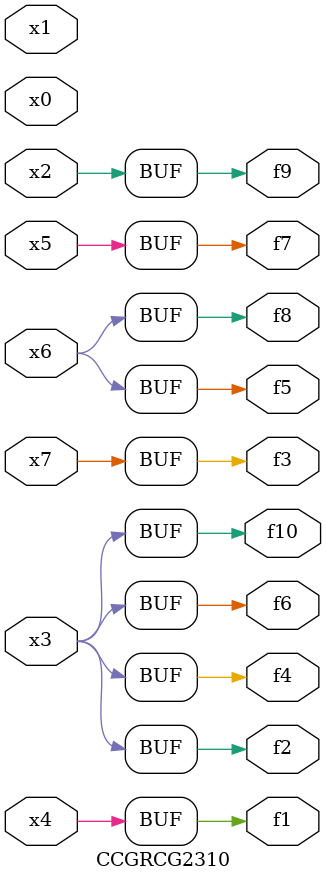
<source format=v>
module CCGRCG2310(
	input x0, x1, x2, x3, x4, x5, x6, x7,
	output f1, f2, f3, f4, f5, f6, f7, f8, f9, f10
);
	assign f1 = x4;
	assign f2 = x3;
	assign f3 = x7;
	assign f4 = x3;
	assign f5 = x6;
	assign f6 = x3;
	assign f7 = x5;
	assign f8 = x6;
	assign f9 = x2;
	assign f10 = x3;
endmodule

</source>
